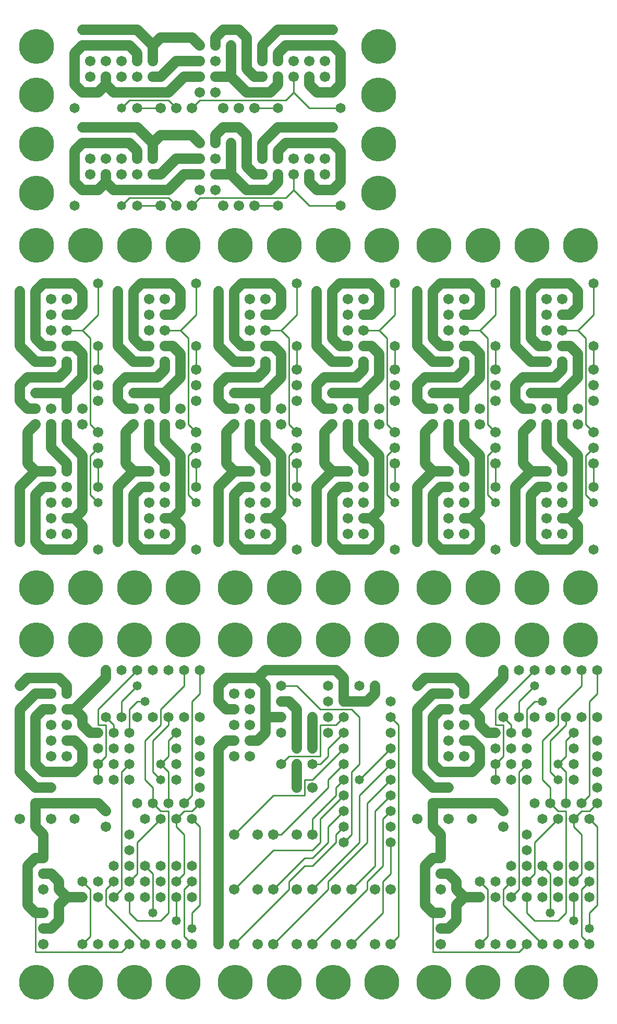
<source format=gtl>
%MOIN*%
%FSLAX25Y25*%
G04 D10 used for Character Trace; *
G04     Circle (OD=.01000) (No hole)*
G04 D11 used for Power Trace; *
G04     Circle (OD=.06500) (No hole)*
G04 D12 used for Signal Trace; *
G04     Circle (OD=.01100) (No hole)*
G04 D13 used for Via; *
G04     Circle (OD=.05800) (Round. Hole ID=.02800)*
G04 D14 used for Component hole; *
G04     Circle (OD=.06500) (Round. Hole ID=.03500)*
G04 D15 used for Component hole; *
G04     Circle (OD=.06700) (Round. Hole ID=.04300)*
G04 D16 used for Component hole; *
G04     Circle (OD=.08100) (Round. Hole ID=.05100)*
G04 D17 used for Component hole; *
G04     Circle (OD=.08900) (Round. Hole ID=.05900)*
G04 D18 used for Component hole; *
G04     Circle (OD=.11300) (Round. Hole ID=.08300)*
G04 D19 used for Component hole; *
G04     Circle (OD=.16000) (Round. Hole ID=.13000)*
G04 D20 used for Component hole; *
G04     Circle (OD=.18300) (Round. Hole ID=.15300)*
G04 D21 used for Component hole; *
G04     Circle (OD=.22291) (Round. Hole ID=.19291)*
%ADD10C,.01000*%
%ADD11C,.06500*%
%ADD12C,.01100*%
%ADD13C,.05800*%
%ADD14C,.06500*%
%ADD15C,.06700*%
%ADD16C,.08100*%
%ADD17C,.08900*%
%ADD18C,.11300*%
%ADD19C,.16000*%
%ADD20C,.18300*%
%ADD21C,.22291*%
%IPPOS*%
%LPD*%
G90*X0Y0D02*D21*X15625Y15625D03*D12*              
X15000Y35000D02*X70000D01*X75000Y40000D01*D14*D03*
X85000D03*D12*X60000Y65000D01*Y75000D01*          
X65000Y80000D01*D14*D03*D12*Y70000D02*            
X70000Y75000D01*D14*X65000Y70000D03*D12*          
X70000Y75000D02*Y150000D01*X75000Y155000D01*D14*  
D03*D12*X90000Y140000D02*X85000Y145000D01*        
X90000Y130000D02*Y140000D01*D14*Y130000D03*D12*   
X95000Y125000D01*X100000D01*Y60000D01*            
X95000Y55000D01*X80000D01*X75000Y60000D01*        
Y70000D01*D14*D03*X85000Y80000D03*Y70000D03*      
X75000Y80000D03*D12*X80000Y85000D01*Y105000D01*   
X95000Y120000D01*D14*D03*D12*X110000Y110000D02*   
X105000Y115000D01*X110000Y85000D02*Y110000D01*    
X105000Y80000D02*X110000Y85000D01*D14*            
X105000Y80000D03*D12*X110000Y45000D02*Y75000D01*  
X115000Y40000D02*X110000Y45000D01*D14*            
X115000Y40000D03*D13*Y50000D03*D12*Y60000D01*     
X120000Y65000D01*Y115000D01*X115000Y120000D01*D14*
D03*D12*X105000D02*X110000Y125000D01*D14*         
X105000Y120000D03*D12*Y115000D01*                 
X110000Y125000D02*X115000D01*X120000Y130000D01*   
D14*D03*D12*X110000D02*X115000Y135000D01*D14*     
X110000Y130000D03*D12*X115000Y135000D02*          
Y195000D01*X120000Y200000D01*Y215000D01*D14*D03*  
D12*X95000Y190000D02*X110000Y205000D01*           
X95000Y180000D02*Y190000D01*X85000Y170000D02*     
X95000Y180000D01*X85000Y145000D02*Y170000D01*     
X95000Y145000D02*X90000Y150000D01*D13*            
X95000Y145000D03*D12*X100000Y130000D02*Y150000D01*
D14*Y130000D03*X105000Y145000D03*X85000Y120000D03*
X120000Y150000D03*D12*X100000D02*X95000Y155000D01*
D13*D03*D12*X100000Y160000D01*Y170000D01*         
X105000Y175000D01*D14*D03*D12*X90000Y170000D02*   
X100000Y180000D01*X90000Y150000D02*Y170000D01*D14*
X105000Y165000D03*X75000D03*X105000Y155000D03*    
X75000Y145000D03*X80000Y130000D03*                
X65000Y175000D03*D12*Y180000D01*X60000Y185000D01* 
D14*D03*D12*X55000Y180000D02*Y190000D01*          
Y180000D02*X60000D01*Y160000D01*X55000Y155000D01* 
D14*D03*D12*Y145000D01*D14*D03*X65000Y155000D03*  
D11*X40000Y150000D02*X45000Y155000D01*            
X20000Y150000D02*X40000D01*X20000D02*             
X15000Y155000D01*Y185000D01*X20000Y190000D01*     
X25000D01*D15*D03*X35000Y180000D03*Y200000D03*D11*
Y205000D01*X30000Y210000D01*X10000D01*            
X5000Y205000D01*D13*D03*D11*Y190000D02*           
X15000Y200000D01*X5000Y150000D02*Y190000D01*      
X15000Y140000D02*X5000Y150000D01*X15000Y140000D02*
X25000D01*D13*D03*D15*X15000Y130000D03*D11*       
Y115000D01*X20000Y110000D01*Y95000D01*D15*D03*D11*
X15000D01*X10000Y90000D01*Y65000D01*              
X15000Y60000D01*D12*Y35000D01*D15*X20000Y40000D03*
D11*Y50000D02*X25000D01*D15*X20000D03*D11*        
X25000D02*X30000Y55000D01*Y65000D01*              
X35000Y70000D01*X45000D01*D14*D03*D12*            
X50000Y45000D02*Y75000D01*X45000Y40000D02*        
X50000Y45000D01*D14*X45000Y40000D03*X55000D03*    
X65000D03*D15*X20000Y60000D03*D11*X15000D01*      
X35000Y70000D02*X30000Y75000D01*Y80000D01*        
X25000Y85000D01*X20000D01*D15*D03*Y75000D03*D14*  
X45000Y80000D03*D12*X50000Y75000D01*D14*          
X55000Y70000D03*Y80000D03*X65000Y90000D03*        
X75000Y100000D03*Y90000D03*Y110000D03*            
X85000Y90000D03*D12*X90000Y85000D01*Y60000D01*D13*
D03*D14*X95000Y70000D03*D13*X105000Y55000D03*D12* 
Y70000D01*D14*D03*D12*X110000Y75000D02*           
X115000Y80000D01*D14*D03*X105000Y90000D03*        
X115000D03*Y70000D03*X95000Y90000D03*Y80000D03*   
Y40000D03*X105000D03*D15*X60000Y125000D03*D11*    
X55000Y130000D01*X40000D01*D14*D03*D11*X15000D01* 
D15*X25000Y120000D03*X5000D03*D14*X40000D03*D15*  
X35000Y160000D03*X25000D03*D11*X45000Y155000D02*  
Y165000D01*X40000Y170000D01*X35000D01*D15*D03*D11*
X50000Y175000D02*X45000Y180000D01*                
X50000Y175000D02*X55000D01*D14*D03*               
X65000Y165000D03*D11*X45000Y180000D02*Y185000D01* 
X40000Y190000D01*X35000D01*D15*D03*D11*X40000D02* 
X60000Y210000D01*Y215000D01*D14*D03*X70000D03*D12*
X75000Y190000D02*X80000Y195000D01*                
X75000Y175000D02*Y190000D01*D14*Y175000D03*       
X80000Y185000D03*X70000D03*D12*Y195000D01*        
X80000Y205000D01*D13*D03*D14*X90000Y215000D03*    
X80000D03*D12*X55000Y190000D01*D14*Y165000D03*D12*
X80000Y195000D02*X85000D01*D13*D03*D14*           
X90000Y185000D03*D12*X100000Y180000D02*Y185000D01*
D14*D03*X110000D03*X120000Y170000D03*D12*         
X110000Y205000D02*Y215000D01*D14*D03*X100000D03*  
D21*X109375Y234375D03*X78125D03*D14*              
X120000Y185000D03*Y160000D03*D21*X46875Y234375D03*
D14*X65000Y145000D03*X120000Y140000D03*D15*       
X25000Y200000D03*D11*X15000D01*D15*               
X25000Y180000D03*Y170000D03*D21*X15625Y234375D03* 
D15*X60000Y115000D03*D21*X46875Y15625D03*         
X78125D03*X109375D03*G90*X0Y2000D02*              
X46875Y267625D03*X15625D03*D14*X55000Y292000D03*  
D11*X20000D02*X40000D01*X20000D02*                
X15000Y297000D01*Y327000D01*X20000Y332000D01*     
X25000D01*D15*D03*X35000Y322000D03*Y342000D03*D11*
Y347000D01*X25000Y357000D01*Y372000D01*D15*D03*   
D11*X45000Y352000D02*X35000Y362000D01*            
X45000Y317000D02*Y352000D01*X40000Y312000D02*     
X45000Y317000D01*Y307000D02*X40000Y312000D01*     
X45000Y297000D02*Y307000D01*X40000Y292000D02*     
X45000Y297000D01*D15*X35000Y302000D03*X25000D03*  
D11*X35000Y312000D02*X40000D01*D15*X35000D03*     
X25000Y322000D03*Y312000D03*D12*X55000Y322000D02* 
X50000Y327000D01*D13*X55000Y322000D03*D12*        
X50000Y327000D02*Y352000D01*X55000Y357000D01*D15* 
D03*Y367000D03*D12*X50000Y372000D01*Y427000D01*   
X45000Y432000D01*X35000D01*D15*D03*               
X25000Y442000D03*Y422000D03*D11*X20000D01*        
X15000Y427000D01*Y457000D01*X20000Y462000D01*     
X40000D01*X45000Y457000D01*Y447000D01*            
X40000Y442000D01*X35000D01*D15*D03*D12*           
X45000Y432000D02*X55000Y442000D01*Y462000D01*D14* 
D03*D15*X35000Y452000D03*D21*X46875Y486375D03*D15*
X25000Y432000D03*Y452000D03*D21*X15625Y486375D03* 
D15*X35000Y422000D03*D11*X40000D01*               
X45000Y417000D01*Y402000D01*X35000Y392000D01*     
Y382000D01*D15*D03*X45000Y372000D03*Y382000D03*   
D11*X15000Y392000D02*X35000D01*D13*X15000D03*D15* 
X25000Y382000D03*D11*X5000Y387000D02*Y397000D01*  
X10000Y382000D02*X5000Y387000D01*X10000Y382000D02*
X15000D01*D15*D03*Y372000D03*D11*X10000Y367000D01*
Y347000D01*X15000Y342000D01*X5000Y332000D01*      
Y297000D01*D13*D03*D15*X35000Y332000D03*          
X25000Y342000D03*D11*X15000D01*X35000Y362000D02*  
Y372000D01*D15*D03*X55000Y387000D03*Y397000D03*   
Y347000D03*D12*Y332000D01*D14*D03*D11*            
X5000Y397000D02*X10000Y402000D01*X30000D01*       
X35000Y407000D01*Y412000D01*D15*D03*X25000D03*D11*
X15000D01*X5000Y422000D01*Y457000D01*D13*D03*D15* 
X55000Y407000D03*D12*Y422000D01*D14*D03*G90*      
X2500Y2000D02*D21*X109375Y267625D03*X78125D03*D14*
X117500Y292000D03*D11*X82500D02*X102500D01*       
X82500D02*X77500Y297000D01*Y327000D01*            
X82500Y332000D01*X87500D01*D15*D03*               
X97500Y322000D03*Y342000D03*D11*Y347000D01*       
X87500Y357000D01*Y372000D01*D15*D03*D11*          
X107500Y352000D02*X97500Y362000D01*               
X107500Y317000D02*Y352000D01*X102500Y312000D02*   
X107500Y317000D01*Y307000D02*X102500Y312000D01*   
X107500Y297000D02*Y307000D01*X102500Y292000D02*   
X107500Y297000D01*D15*X97500Y302000D03*X87500D03* 
D11*X97500Y312000D02*X102500D01*D15*X97500D03*    
X87500Y322000D03*Y312000D03*D12*X117500Y322000D02*
X112500Y327000D01*D13*X117500Y322000D03*D12*      
X112500Y327000D02*Y352000D01*X117500Y357000D01*   
D15*D03*Y367000D03*D12*X112500Y372000D01*         
Y427000D01*X107500Y432000D01*X97500D01*D15*D03*   
X87500Y442000D03*Y422000D03*D11*X82500D01*        
X77500Y427000D01*Y457000D01*X82500Y462000D01*     
X102500D01*X107500Y457000D01*Y447000D01*          
X102500Y442000D01*X97500D01*D15*D03*D12*          
X107500Y432000D02*X117500Y442000D01*Y462000D01*   
D14*D03*D15*X97500Y452000D03*D21*                 
X109375Y486375D03*D15*X87500Y432000D03*Y452000D03*
D21*X78125Y486375D03*D15*X97500Y422000D03*D11*    
X102500D01*X107500Y417000D01*Y402000D01*          
X97500Y392000D01*Y382000D01*D15*D03*              
X107500Y372000D03*Y382000D03*D11*X77500Y392000D02*
X97500D01*D13*X77500D03*D15*X87500Y382000D03*D11* 
X67500Y387000D02*Y397000D01*X72500Y382000D02*     
X67500Y387000D01*X72500Y382000D02*X77500D01*D15*  
D03*Y372000D03*D11*X72500Y367000D01*Y347000D01*   
X77500Y342000D01*X67500Y332000D01*Y297000D01*D13* 
D03*D15*X97500Y332000D03*X87500Y342000D03*D11*    
X77500D01*X97500Y362000D02*Y372000D01*D15*D03*    
X117500Y387000D03*Y397000D03*Y347000D03*D12*      
Y332000D01*D14*D03*D11*X67500Y397000D02*          
X72500Y402000D01*X92500D01*X97500Y407000D01*      
Y412000D01*D15*D03*X87500D03*D11*X77500D01*       
X67500Y422000D01*Y457000D01*D13*D03*D15*          
X117500Y407000D03*D12*Y422000D01*D14*D03*G90*     
X0Y4000D02*X210000Y574000D03*D12*X190000D01*      
X180000Y584000D01*X175000Y579000D01*X120000D01*   
X115000Y574000D01*D15*D03*X120000Y584000D03*      
X105000Y574000D03*D12*X100000Y579000D01*X75000D01*
X70000Y574000D01*D13*D03*D14*X80000D03*D12*       
X95000D01*D15*D03*D11*X65000Y584000D02*X100000D01*
X60000Y589000D02*X65000Y584000D01*X55000D02*      
X60000Y589000D01*X45000Y584000D02*X55000D01*      
X40000Y589000D02*X45000Y584000D01*                
X40000Y609000D02*Y589000D01*Y609000D02*           
X45000Y614000D01*X75000D01*X80000Y609000D01*      
Y604000D01*D15*D03*X90000Y594000D03*D11*X95000D01*
X105000Y604000D01*X120000D01*D15*D03*             
X130000Y594000D03*D11*X140000D01*Y614000D01*D13*  
D03*D15*X130000Y604000D03*D11*X135000Y624000D02*  
X145000D01*X130000Y619000D02*X135000Y624000D01*   
X130000Y619000D02*Y614000D01*D15*D03*X120000D03*  
D11*X115000Y619000D01*X95000D01*X90000Y614000D01* 
X80000Y624000D01*X45000D01*D13*D03*D15*           
X50000Y604000D03*X60000D03*X70000D03*             
X50000Y594000D03*D21*X15625Y613375D03*D15*        
X60000Y594000D03*D11*Y589000D01*D15*              
X70000Y594000D03*X80000D03*D14*X40000Y574000D03*  
D15*X90000Y604000D03*D11*Y614000D01*              
X100000Y584000D02*X110000Y594000D01*X120000D01*   
D15*D03*X130000Y584000D03*D11*X140000Y594000D02*  
X150000Y584000D01*X165000D01*X170000Y589000D01*   
Y594000D01*D15*D03*D12*X180000D02*Y584000D01*D15* 
Y594000D03*X190000Y604000D03*X170000D03*D11*      
Y609000D01*X175000Y614000D01*X205000D01*          
X210000Y609000D01*Y589000D01*X205000Y584000D01*   
X195000D01*X190000Y589000D01*Y594000D01*D15*D03*  
X200000Y604000D03*X180000D03*X200000Y594000D03*   
D14*X170000Y574000D03*D12*X155000D01*D15*D03*     
X145000D03*X160000Y594000D03*D11*X155000D01*      
X150000Y599000D01*Y619000D01*X145000Y624000D01*   
X160000Y614000D02*Y604000D01*D15*D03*D11*         
Y614000D02*X170000Y624000D01*X205000D01*D13*D03*  
D21*X234375Y613375D03*Y582125D03*D15*             
X135000Y574000D03*D21*X15625Y582125D03*G90*       
X0Y1500D02*D14*X210000Y511500D03*D12*X190000D01*  
X180000Y521500D01*X175000Y516500D01*X120000D01*   
X115000Y511500D01*D15*D03*X120000Y521500D03*      
X105000Y511500D03*D12*X100000Y516500D01*X75000D01*
X70000Y511500D01*D13*D03*D14*X80000D03*D12*       
X95000D01*D15*D03*D11*X65000Y521500D02*X100000D01*
X60000Y526500D02*X65000Y521500D01*X55000D02*      
X60000Y526500D01*X45000Y521500D02*X55000D01*      
X40000Y526500D02*X45000Y521500D01*                
X40000Y546500D02*Y526500D01*Y546500D02*           
X45000Y551500D01*X75000D01*X80000Y546500D01*      
Y541500D01*D15*D03*X90000Y531500D03*D11*X95000D01*
X105000Y541500D01*X120000D01*D15*D03*             
X130000Y531500D03*D11*X140000D01*Y551500D01*D13*  
D03*D15*X130000Y541500D03*D11*X135000Y561500D02*  
X145000D01*X130000Y556500D02*X135000Y561500D01*   
X130000Y556500D02*Y551500D01*D15*D03*X120000D03*  
D11*X115000Y556500D01*X95000D01*X90000Y551500D01* 
X80000Y561500D01*X45000D01*D13*D03*D15*           
X50000Y541500D03*X60000D03*X70000D03*             
X50000Y531500D03*D21*X15625Y550875D03*D15*        
X60000Y531500D03*D11*Y526500D01*D15*              
X70000Y531500D03*X80000D03*D14*X40000Y511500D03*  
D15*X90000Y541500D03*D11*Y551500D01*              
X100000Y521500D02*X110000Y531500D01*X120000D01*   
D15*D03*X130000Y521500D03*D11*X140000Y531500D02*  
X150000Y521500D01*X165000D01*X170000Y526500D01*   
Y531500D01*D15*D03*D12*X180000D02*Y521500D01*D15* 
Y531500D03*X190000Y541500D03*X170000D03*D11*      
Y546500D01*X175000Y551500D01*X205000D01*          
X210000Y546500D01*Y526500D01*X205000Y521500D01*   
X195000D01*X190000Y526500D01*Y531500D01*D15*D03*  
X200000Y541500D03*X180000D03*X200000Y531500D03*   
D14*X170000Y511500D03*D12*X155000D01*D15*D03*     
X145000D03*X160000Y531500D03*D11*X155000D01*      
X150000Y536500D01*Y556500D01*X145000Y561500D01*   
X160000Y551500D02*Y541500D01*D15*D03*D11*         
Y551500D02*X170000Y561500D01*X205000D01*D13*D03*  
D21*X234375Y550875D03*Y519625D03*D15*             
X135000Y511500D03*D21*X15625Y519625D03*G90*       
X2000Y0D02*D15*X132000Y40000D03*D11*Y75000D01*D15*
D03*D11*Y110000D01*D15*D03*D11*Y165000D01*        
X137000Y170000D01*X142000D01*D15*D03*             
X152000Y160000D03*Y180000D03*Y170000D03*D11*      
X157000D01*X162000Y175000D01*Y185000D01*          
X172000D01*D14*D03*D11*X182000Y190000D02*         
X177000Y195000D01*X182000Y165000D02*Y190000D01*   
D14*Y165000D03*D12*X172000Y155000D02*             
X177000Y160000D01*D14*X172000Y155000D03*D12*      
X177000Y160000D02*X197000D01*Y180000D01*          
X207000D01*X212000Y185000D01*D14*D03*D12*         
X222000D02*X217000Y190000D01*X222000Y155000D02*   
Y185000D01*X217000Y150000D02*X222000Y155000D01*   
X217000Y110000D02*Y150000D01*X212000Y105000D02*   
X217000Y110000D01*D14*X212000Y105000D03*D12*      
X207000D02*Y110000D01*X192000Y90000D02*           
X207000Y105000D01*X187000Y90000D02*X192000D01*    
X177000Y80000D02*X187000Y90000D01*                
X177000Y75000D02*Y80000D01*X142000Y40000D02*      
X177000Y75000D01*D15*X142000Y40000D03*X157000D03* 
X167000D03*D12*X202000Y75000D01*Y80000D01*        
X227000Y105000D01*Y130000D01*X242000Y145000D01*   
D14*D03*Y155000D03*D12*X222000Y135000D01*         
Y105000D01*X192000Y75000D01*D15*D03*X182000D03*   
X207000D03*D12*X187000Y95000D02*X192000D01*       
X167000Y75000D02*X187000Y95000D01*D15*            
X167000Y75000D03*X157000D03*D12*X167000Y100000D02*
X192000D01*X142000Y75000D02*X167000Y100000D01*D15*
X142000Y75000D03*D12*X167000Y110000D02*X172000D01*
D15*X167000D03*D12*X172000D02*X202000Y140000D01*  
Y145000D01*X212000Y155000D01*D14*D03*D13*         
X222000Y145000D03*D12*X242000Y165000D01*D14*D03*  
Y175000D03*D12*X247000Y45000D02*Y180000D01*       
X242000Y40000D02*X247000Y45000D01*D15*            
X242000Y40000D03*X232000D03*D12*X217000D02*       
X237000Y60000D01*D15*X217000Y40000D03*X207000D03* 
D12*X237000Y60000D02*Y80000D01*X242000Y85000D01*  
Y105000D01*D14*D03*Y115000D03*D12*                
X217000Y75000D02*X232000Y90000D01*D15*            
X217000Y75000D03*D12*X192000Y40000D02*            
X227000Y75000D01*D15*X192000Y40000D03*X182000D03* 
D21*X173875Y15625D03*X205125D03*D12*              
X227000Y75000D02*Y80000D01*X237000Y90000D01*      
Y120000D01*X242000Y125000D01*D14*D03*Y135000D03*  
D12*X232000Y125000D01*Y90000D01*D15*Y75000D03*    
X242000D03*D12*X207000Y110000D02*                 
X212000Y115000D01*D14*D03*D12*X192000Y95000D02*   
X202000Y105000D01*X192000Y100000D02*              
X197000Y105000D01*Y120000D01*X212000Y135000D01*   
D14*D03*D12*X207000D02*Y140000D01*                
X192000Y120000D02*X207000Y135000D01*              
X192000Y110000D02*Y120000D01*D15*Y110000D03*D12*  
X202000Y105000D02*Y115000D01*X212000Y125000D01*   
D14*D03*D12*X207000Y140000D02*X212000Y145000D01*  
D14*D03*D12*X192000Y155000D02*X197000D01*D14*     
X192000D03*D12*X197000D02*X202000Y160000D01*      
Y165000D01*X212000Y175000D01*D14*D03*             
X202000Y185000D03*Y175000D03*X212000Y165000D03*   
D12*X192000Y145000D01*X187000D01*Y135000D01*      
X167000D01*X142000Y110000D01*D15*D03*X157000D03*  
X182000D03*Y140000D03*D11*Y155000D01*D14*D03*     
X192000Y165000D03*D11*Y185000D01*D13*D03*D12*     
X197000Y190000D02*X217000D01*D14*                 
X212000Y195000D03*D11*X227000D01*                 
X232000Y200000D01*Y205000D01*D14*D03*             
X242000Y195000D03*X222000Y205000D03*D11*          
X212000Y195000D02*Y210000D01*D14*                 
X202000Y205000D03*Y195000D03*D11*                 
X212000Y210000D02*X207000Y215000D01*X162000D01*   
X157000Y210000D01*X162000Y205000D01*Y185000D01*   
D14*X172000Y175000D03*Y195000D03*D11*X177000D01*  
D12*X197000Y190000D02*X182000Y205000D01*          
X172000D01*D14*D03*D11*X137000Y210000D02*         
X157000D01*X132000Y205000D02*X137000Y210000D01*   
X132000Y195000D02*Y205000D01*X137000Y190000D02*   
X132000Y195000D01*X137000Y190000D02*X142000D01*   
D15*D03*X152000Y200000D03*Y190000D03*             
X142000Y200000D03*Y180000D03*Y160000D03*D21*      
X173875Y234375D03*X142625D03*D15*                 
X192000Y140000D03*D21*X205125Y234375D03*          
X236375D03*D14*X242000Y185000D03*D12*             
X247000Y180000D01*D21*X142625Y15625D03*X236375D03*
G90*X2000Y2000D02*X173875Y267625D03*X142625D03*   
D14*X182000Y292000D03*D11*X147000D02*X167000D01*  
X147000D02*X142000Y297000D01*Y327000D01*          
X147000Y332000D01*X152000D01*D15*D03*             
X162000Y322000D03*Y342000D03*D11*Y347000D01*      
X152000Y357000D01*Y372000D01*D15*D03*D11*         
X172000Y352000D02*X162000Y362000D01*              
X172000Y317000D02*Y352000D01*X167000Y312000D02*   
X172000Y317000D01*Y307000D02*X167000Y312000D01*   
X172000Y297000D02*Y307000D01*X167000Y292000D02*   
X172000Y297000D01*D15*X162000Y302000D03*          
X152000D03*D11*X162000Y312000D02*X167000D01*D15*  
X162000D03*X152000Y322000D03*Y312000D03*D12*      
X182000Y322000D02*X177000Y327000D01*D13*          
X182000Y322000D03*D12*X177000Y327000D02*          
Y352000D01*X182000Y357000D01*D15*D03*Y367000D03*  
D12*X177000Y372000D01*Y427000D01*                 
X172000Y432000D01*X162000D01*D15*D03*             
X152000Y442000D03*Y422000D03*D11*X147000D01*      
X142000Y427000D01*Y457000D01*X147000Y462000D01*   
X167000D01*X172000Y457000D01*Y447000D01*          
X167000Y442000D01*X162000D01*D15*D03*D12*         
X172000Y432000D02*X182000Y442000D01*Y462000D01*   
D14*D03*D15*X162000Y452000D03*D21*                
X173875Y486375D03*D15*X152000Y432000D03*          
Y452000D03*D21*X142625Y486375D03*D15*             
X162000Y422000D03*D11*X167000D01*                 
X172000Y417000D01*Y402000D01*X162000Y392000D01*   
Y382000D01*D15*D03*X172000Y372000D03*Y382000D03*  
D11*X142000Y392000D02*X162000D01*D13*X142000D03*  
D15*X152000Y382000D03*D11*X132000Y387000D02*      
Y397000D01*X137000Y382000D02*X132000Y387000D01*   
X137000Y382000D02*X142000D01*D15*D03*Y372000D03*  
D11*X137000Y367000D01*Y347000D01*                 
X142000Y342000D01*X132000Y332000D01*Y297000D01*   
D13*D03*D15*X162000Y332000D03*X152000Y342000D03*  
D11*X142000D01*X162000Y362000D02*Y372000D01*D15*  
D03*X182000Y387000D03*Y397000D03*Y347000D03*D12*  
Y332000D01*D14*D03*D11*X132000Y397000D02*         
X137000Y402000D01*X157000D01*X162000Y407000D01*   
Y412000D01*D15*D03*X152000D03*D11*X142000D01*     
X132000Y422000D01*Y457000D01*D13*D03*D15*         
X182000Y407000D03*D12*Y422000D01*D14*D03*G90*     
X4500Y2000D02*D21*X236375Y267625D03*X205125D03*   
D14*X244500Y292000D03*D11*X209500D02*X229500D01*  
X209500D02*X204500Y297000D01*Y327000D01*          
X209500Y332000D01*X214500D01*D15*D03*             
X224500Y322000D03*Y342000D03*D11*Y347000D01*      
X214500Y357000D01*Y372000D01*D15*D03*D11*         
X234500Y352000D02*X224500Y362000D01*              
X234500Y317000D02*Y352000D01*X229500Y312000D02*   
X234500Y317000D01*Y307000D02*X229500Y312000D01*   
X234500Y297000D02*Y307000D01*X229500Y292000D02*   
X234500Y297000D01*D15*X224500Y302000D03*          
X214500D03*D11*X224500Y312000D02*X229500D01*D15*  
X224500D03*X214500Y322000D03*Y312000D03*D12*      
X244500Y322000D02*X239500Y327000D01*D13*          
X244500Y322000D03*D12*X239500Y327000D02*          
Y352000D01*X244500Y357000D01*D15*D03*Y367000D03*  
D12*X239500Y372000D01*Y427000D01*                 
X234500Y432000D01*X224500D01*D15*D03*             
X214500Y442000D03*Y422000D03*D11*X209500D01*      
X204500Y427000D01*Y457000D01*X209500Y462000D01*   
X229500D01*X234500Y457000D01*Y447000D01*          
X229500Y442000D01*X224500D01*D15*D03*D12*         
X234500Y432000D02*X244500Y442000D01*Y462000D01*   
D14*D03*D15*X224500Y452000D03*D21*                
X236375Y486375D03*D15*X214500Y432000D03*          
Y452000D03*D21*X205125Y486375D03*D15*             
X224500Y422000D03*D11*X229500D01*                 
X234500Y417000D01*Y402000D01*X224500Y392000D01*   
Y382000D01*D15*D03*X234500Y372000D03*Y382000D03*  
D11*X204500Y392000D02*X224500D01*D13*X204500D03*  
D15*X214500Y382000D03*D11*X194500Y387000D02*      
Y397000D01*X199500Y382000D02*X194500Y387000D01*   
X199500Y382000D02*X204500D01*D15*D03*Y372000D03*  
D11*X199500Y367000D01*Y347000D01*                 
X204500Y342000D01*X194500Y332000D01*Y297000D01*   
D13*D03*D15*X224500Y332000D03*X214500Y342000D03*  
D11*X204500D01*X224500Y362000D02*Y372000D01*D15*  
D03*X244500Y387000D03*Y397000D03*Y347000D03*D12*  
Y332000D01*D14*D03*D11*X194500Y397000D02*         
X199500Y402000D01*X219500D01*X224500Y407000D01*   
Y412000D01*D15*D03*X214500D03*D11*X204500D01*     
X194500Y422000D01*Y457000D01*D13*D03*D15*         
X244500Y407000D03*D12*Y422000D01*D14*D03*G90*     
X4000Y0D02*D15*X259000Y120000D03*D11*             
X269000Y140000D02*X259000Y150000D01*              
X269000Y140000D02*X279000D01*D13*D03*D15*         
X269000Y130000D03*D11*Y115000D01*                 
X274000Y110000D01*Y95000D01*D15*D03*D11*          
X269000D01*X264000Y90000D01*Y65000D01*            
X269000Y60000D01*D12*Y35000D01*X324000D01*        
X329000Y40000D01*D14*D03*X339000D03*D12*          
X314000Y65000D01*Y75000D01*X319000Y80000D01*D14*  
D03*D12*Y70000D02*X324000Y75000D01*D14*           
X319000Y70000D03*D12*X324000Y75000D02*Y150000D01* 
X329000Y155000D01*D14*D03*D12*X344000Y140000D02*  
X339000Y145000D01*X344000Y130000D02*Y140000D01*   
D14*Y130000D03*D12*X349000Y125000D01*X354000D01*  
Y60000D01*X349000Y55000D01*X334000D01*            
X329000Y60000D01*Y70000D01*D14*D03*               
X339000Y80000D03*Y70000D03*X329000Y80000D03*D12*  
X334000Y85000D01*Y105000D01*X349000Y120000D01*D14*
D03*D12*X364000Y110000D02*X359000Y115000D01*      
X364000Y85000D02*Y110000D01*X359000Y80000D02*     
X364000Y85000D01*D14*X359000Y80000D03*D12*        
X364000Y45000D02*Y75000D01*X369000Y40000D02*      
X364000Y45000D01*D14*X369000Y40000D03*D13*        
Y50000D03*D12*Y60000D01*X374000Y65000D01*         
Y115000D01*X369000Y120000D01*D14*D03*D12*         
X359000D02*X364000Y125000D01*D14*                 
X359000Y120000D03*D12*Y115000D01*                 
X364000Y125000D02*X369000D01*X374000Y130000D01*   
D14*D03*D12*X364000D02*X369000Y135000D01*D14*     
X364000Y130000D03*D12*X369000Y135000D02*          
Y195000D01*X374000Y200000D01*Y215000D01*D14*D03*  
D12*X349000Y190000D02*X364000Y205000D01*          
X349000Y180000D02*Y190000D01*X339000Y170000D02*   
X349000Y180000D01*X339000Y145000D02*Y170000D01*   
X349000Y145000D02*X344000Y150000D01*D13*          
X349000Y145000D03*D12*X354000Y130000D02*          
Y150000D01*D14*Y130000D03*X359000Y145000D03*      
X339000Y120000D03*X374000Y150000D03*D12*          
X354000D02*X349000Y155000D01*D13*D03*D12*         
X354000Y160000D01*Y170000D01*X359000Y175000D01*   
D14*D03*D12*X344000Y170000D02*X354000Y180000D01*  
X344000Y150000D02*Y170000D01*D14*                 
X359000Y165000D03*X329000D03*X359000Y155000D03*   
X329000Y145000D03*X334000Y130000D03*              
X319000Y175000D03*D12*Y180000D01*                 
X314000Y185000D01*D14*D03*D12*X309000Y180000D02*  
Y190000D01*Y180000D02*X314000D01*Y160000D01*      
X309000Y155000D01*D14*D03*D12*Y145000D01*D14*D03* 
X319000Y155000D03*D11*X294000Y150000D02*          
X299000Y155000D01*X274000Y150000D02*X294000D01*   
X274000D02*X269000Y155000D01*Y185000D01*          
X274000Y190000D01*X279000D01*D15*D03*             
X289000Y180000D03*Y200000D03*D11*Y205000D01*      
X284000Y210000D01*X264000D01*X259000Y205000D01*   
D13*D03*D11*Y190000D02*X269000Y200000D01*         
X259000Y150000D02*Y190000D01*D15*                 
X279000Y170000D03*Y160000D03*D11*                 
X269000Y130000D02*X294000D01*D14*D03*D11*         
X309000D01*X314000Y125000D01*D15*D03*Y115000D03*  
D14*X329000Y110000D03*X319000Y145000D03*          
X294000Y120000D03*X329000Y100000D03*D11*          
X299000Y155000D02*Y165000D01*X294000Y170000D01*   
X289000D01*D15*D03*D11*X304000Y175000D02*         
X299000Y180000D01*X304000Y175000D02*X309000D01*   
D14*D03*X319000Y165000D03*D11*X299000Y180000D02*  
Y185000D01*X294000Y190000D01*X289000D01*D15*D03*  
D11*X294000D02*X314000Y210000D01*Y215000D01*D14*  
D03*X324000D03*D12*X329000Y190000D02*             
X334000Y195000D01*X329000Y175000D02*Y190000D01*   
D14*Y175000D03*X334000Y185000D03*X324000D03*D12*  
Y195000D01*X334000Y205000D01*D13*D03*D14*         
X344000Y215000D03*X334000D03*D12*                 
X309000Y190000D01*D14*Y165000D03*D12*             
X334000Y195000D02*X339000D01*D13*D03*D14*         
X344000Y185000D03*D12*X354000Y180000D02*          
Y185000D01*D14*D03*X364000D03*X374000Y170000D03*  
D12*X364000Y205000D02*Y215000D01*D14*D03*         
X354000D03*D21*X363375Y234375D03*X332125D03*D14*  
X374000Y185000D03*Y160000D03*D21*                 
X300875Y234375D03*D14*X374000Y140000D03*D15*      
X289000Y160000D03*X279000Y200000D03*D11*          
X269000D01*D15*X279000Y180000D03*D21*             
X269625Y234375D03*D15*X279000Y120000D03*D14*      
X319000Y90000D03*X329000D03*X339000D03*D12*       
X344000Y85000D01*Y60000D01*D13*D03*D14*           
X349000Y70000D03*D13*X359000Y55000D03*D12*        
Y70000D01*D14*D03*D12*X364000Y75000D02*           
X369000Y80000D01*D14*D03*X359000Y90000D03*        
X369000D03*Y70000D03*X349000Y90000D03*Y80000D03*  
Y40000D03*X359000D03*X319000D03*X309000Y80000D03* 
Y70000D03*Y40000D03*D21*X332125Y15625D03*         
X363375D03*D12*X304000Y45000D02*Y75000D01*        
X299000Y40000D02*X304000Y45000D01*D14*            
X299000Y40000D03*D11*X279000Y50000D02*            
X284000Y55000D01*X274000Y50000D02*X279000D01*D15* 
X274000D03*Y60000D03*D11*X269000D01*              
X289000Y70000D02*X284000Y75000D01*Y65000D02*      
X289000Y70000D01*X284000Y55000D02*Y65000D01*D14*  
X299000Y70000D03*D11*X289000D01*X284000Y75000D02* 
Y80000D01*X279000Y85000D01*X274000D01*D15*D03*    
Y75000D03*D14*X299000Y80000D03*D12*               
X304000Y75000D01*D15*X274000Y40000D03*D21*        
X269625Y15625D03*X300875D03*G90*X4000Y2000D02*    
X269625Y267625D03*D11*X274000Y292000D02*          
X294000D01*X274000D02*X269000Y297000D01*          
Y327000D01*X274000Y332000D01*X279000D01*D15*D03*  
X289000Y322000D03*Y342000D03*D11*Y347000D01*      
X279000Y357000D01*Y372000D01*D15*D03*D11*         
X299000Y352000D02*X289000Y362000D01*              
X299000Y317000D02*Y352000D01*X294000Y312000D02*   
X299000Y317000D01*Y307000D02*X294000Y312000D01*   
X299000Y297000D02*Y307000D01*X294000Y292000D02*   
X299000Y297000D01*D15*X289000Y302000D03*          
X279000D03*D14*X309000Y292000D03*D11*             
X289000Y312000D02*X294000D01*D15*X289000D03*      
X279000Y322000D03*Y312000D03*D12*                 
X309000Y322000D02*X304000Y327000D01*D13*          
X309000Y322000D03*D12*X304000Y327000D02*          
Y352000D01*X309000Y357000D01*D15*D03*Y367000D03*  
D12*X304000Y372000D01*Y427000D01*                 
X299000Y432000D01*X289000D01*D15*D03*             
X279000Y442000D03*Y422000D03*D11*X274000D01*      
X269000Y427000D01*Y457000D01*X274000Y462000D01*   
X294000D01*X299000Y457000D01*Y447000D01*          
X294000Y442000D01*X289000D01*D15*D03*D12*         
X299000Y432000D02*X309000Y442000D01*Y462000D01*   
D14*D03*D15*X289000Y452000D03*D21*                
X300875Y486375D03*D15*X279000Y432000D03*          
Y452000D03*D21*X269625Y486375D03*D15*             
X289000Y422000D03*D11*X294000D01*                 
X299000Y417000D01*Y402000D01*X289000Y392000D01*   
Y382000D01*D15*D03*X299000Y372000D03*Y382000D03*  
D11*X269000Y392000D02*X289000D01*D13*X269000D03*  
D15*X279000Y382000D03*D11*X259000Y387000D02*      
Y397000D01*X264000Y382000D02*X259000Y387000D01*   
X264000Y382000D02*X269000D01*D15*D03*Y372000D03*  
D11*X264000Y367000D01*Y347000D01*                 
X269000Y342000D01*X259000Y332000D01*Y297000D01*   
D13*D03*D15*X289000Y332000D03*D21*                
X300875Y267625D03*D15*X279000Y342000D03*D11*      
X269000D01*X289000Y362000D02*Y372000D01*D15*D03*  
X309000Y387000D03*Y397000D03*Y347000D03*D12*      
Y332000D01*D14*D03*D11*X259000Y397000D02*         
X264000Y402000D01*X284000D01*X289000Y407000D01*   
Y412000D01*D15*D03*X279000D03*D11*X269000D01*     
X259000Y422000D01*Y457000D01*D13*D03*D15*         
X309000Y407000D03*D12*Y422000D01*D14*D03*G90*     
X1500Y2000D02*D13*X321500Y297000D03*D11*          
Y332000D01*X331500Y342000D01*X341500D01*D15*D03*  
X351500Y332000D03*D11*X331500Y327000D02*          
X336500Y332000D01*X331500Y297000D02*Y327000D01*   
X336500Y292000D02*X331500Y297000D01*              
X336500Y292000D02*X356500D01*X361500Y297000D01*   
Y307000D01*X356500Y312000D01*X351500D01*D15*D03*  
D11*X356500D02*X361500Y317000D01*Y352000D01*      
X351500Y362000D01*Y372000D01*D15*D03*             
X361500Y382000D03*X341500D03*X361500Y372000D03*   
X351500Y382000D03*D11*Y392000D01*X331500D01*D13*  
D03*D11*X321500Y387000D02*Y397000D01*             
X326500Y382000D02*X321500Y387000D01*              
X326500Y382000D02*X331500D01*D15*D03*             
X341500Y372000D03*D11*Y357000D01*                 
X351500Y347000D01*Y342000D01*D15*D03*             
X341500Y332000D03*D11*X336500D01*                 
X331500Y342000D02*X326500Y347000D01*Y367000D01*   
X331500Y372000D01*D15*D03*D11*X351500Y392000D02*  
X361500Y402000D01*Y417000D01*X356500Y422000D01*   
X351500D01*D15*D03*D12*X366500Y427000D02*         
X361500Y432000D01*X366500Y372000D02*Y427000D01*   
X371500Y367000D02*X366500Y372000D01*D15*          
X371500Y367000D03*Y357000D03*D12*                 
X366500Y352000D01*Y327000D01*X371500Y322000D01*   
D13*D03*D14*Y332000D03*D12*Y347000D01*D15*D03*    
X351500Y322000D03*X341500D03*Y312000D03*          
X371500Y387000D03*X341500Y302000D03*X351500D03*   
D11*X321500Y397000D02*X326500Y402000D01*          
X346500D01*X351500Y407000D01*Y412000D01*D15*D03*  
X341500Y422000D03*D11*X336500D01*                 
X331500Y427000D01*Y457000D01*X336500Y462000D01*   
X356500D01*X361500Y457000D01*Y447000D01*          
X356500Y442000D01*X351500D01*D15*D03*D12*         
Y432000D02*X361500D01*D15*X351500D03*             
X341500Y442000D03*D12*X361500Y432000D02*          
X371500Y442000D01*Y462000D01*D14*D03*D15*         
X351500Y452000D03*D21*X363375Y486375D03*D15*      
X341500Y432000D03*Y452000D03*D21*                 
X332125Y486375D03*D14*X371500Y422000D03*D12*      
Y407000D01*D15*D03*Y397000D03*X341500Y412000D03*  
D11*X331500D01*X321500Y422000D01*Y457000D01*D13*  
D03*D14*X371500Y292000D03*D21*X332125Y267625D03*  
X363375D03*M02*                                   

</source>
